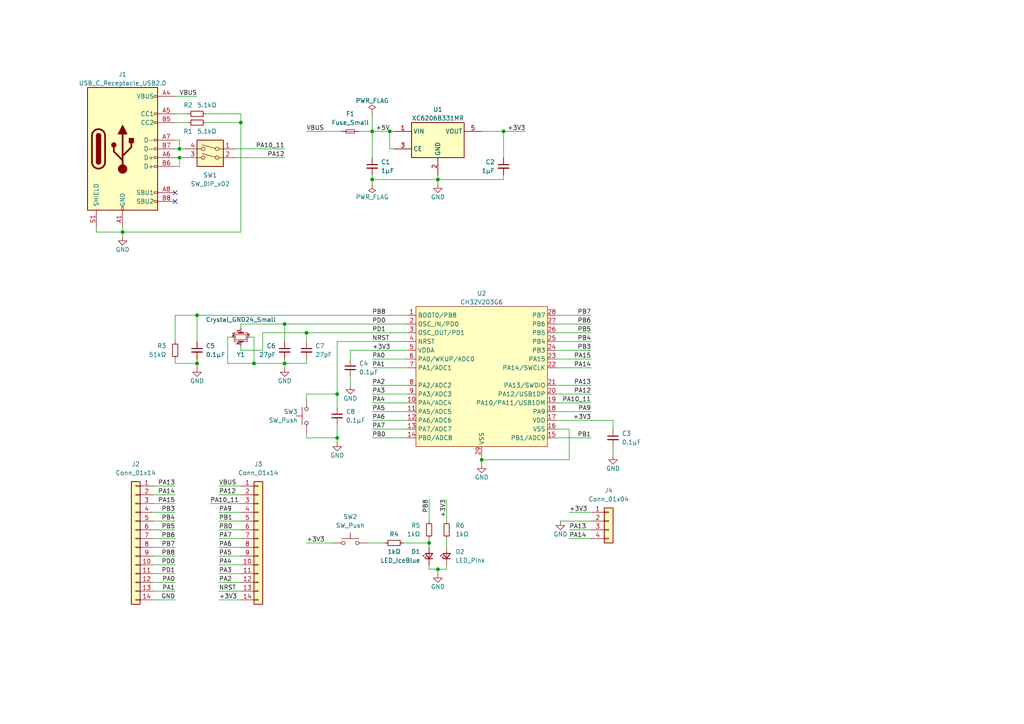
<source format=kicad_sch>
(kicad_sch (version 20211123) (generator eeschema)
  (paper "A4")
  (title_block (title "FlappyBoard") (date "2022-09-18") (rev "A.3") (company "Metro94 <flattiles@gmail.com>"))
  (lib_symbols
    (symbol "Connector:USB_C_Receptacle_USB2.0" (pin_names (offset 1.016))
      (property "Reference" "J" (at -10.16 19.05 0))
      (property "Value" "USB_C_Receptacle_USB2.0" (at 19.05 19.05 0))
      (symbol "USB_C_Receptacle_USB2.0_0_0"
        (rectangle (start -0.254 -17.78) (end 0.254 -16.764))
        (rectangle (start 10.16 -14.986) (end 9.144 -15.494))
        (rectangle (start 10.16 -12.446) (end 9.144 -12.954))
        (rectangle (start 10.16 -4.826) (end 9.144 -5.334))
        (rectangle (start 10.16 -2.286) (end 9.144 -2.794))
        (rectangle (start 10.16 0.254) (end 9.144 -0.254))
        (rectangle (start 10.16 2.794) (end 9.144 2.286))
        (rectangle (start 10.16 7.874) (end 9.144 7.366))
        (rectangle (start 10.16 10.414) (end 9.144 9.906))
        (rectangle (start 10.16 15.494) (end 9.144 14.986))
      )
      (symbol "USB_C_Receptacle_USB2.0_0_1"
        (rectangle (start -10.16 17.78) (end 10.16 -17.78) (stroke (width 0.254)) (fill (type background)))
        (arc (start -8.89 -3.81) (mid -6.985 -5.715) (end -5.08 -3.81) (stroke (width 0.508)))
        (arc (start -7.62 -3.81) (mid -6.985 -4.445) (end -6.35 -3.81) (stroke (width 0.254)))
        (arc (start -7.62 -3.81) (mid -6.985 -4.445) (end -6.35 -3.81) (stroke (width 0.254)) (fill (type outline)))
        (rectangle (start -7.62 -3.81) (end -6.35 3.81) (stroke (width 0.254)) (fill (type outline)))
        (arc (start -6.35 3.81) (mid -6.985 4.445) (end -7.62 3.81) (stroke (width 0.254)))
        (arc (start -6.35 3.81) (mid -6.985 4.445) (end -7.62 3.81) (stroke (width 0.254)) (fill (type outline)))
        (arc (start -5.08 3.81) (mid -6.985 5.715) (end -8.89 3.81) (stroke (width 0.508)))
        (circle (center -2.54 1.143) (radius 0.635) (stroke (width 0.254)) (fill (type outline)))
        (circle (center 0 -5.842) (radius 1.27) (fill (type outline)))
        (polyline (pts (xy -8.89 -3.81) (xy -8.89 3.81)) (stroke (width 0.508)))
        (polyline (pts (xy -5.08 3.81) (xy -5.08 -3.81)) (stroke (width 0.508)))
        (polyline (pts (xy 0 -5.842) (xy 0 4.318)) (stroke (width 0.508)))
        (polyline (pts (xy 0 -3.302) (xy -2.54 -0.762) (xy -2.54 0.508)) (stroke (width 0.508)))
        (polyline (pts (xy 0 -2.032) (xy 2.54 0.508) (xy 2.54 1.778)) (stroke (width 0.508)))
        (polyline (pts (xy -1.27 4.318) (xy 0 6.858) (xy 1.27 4.318) (xy -1.27 4.318)) (stroke (width 0.254)) (fill (type outline)))
        (rectangle (start 1.905 1.778) (end 3.175 3.048) (stroke (width 0.254)) (fill (type outline)))
      )
      (symbol "USB_C_Receptacle_USB2.0_1_1"
        (pin passive line (at 0 -22.86 90) (length 5.08) (name "GND") (number "A1"))
        (pin passive line (at 0 -22.86 90) (length 5.08) hide (name "GND") (number "A12"))
        (pin passive line (at 15.24 15.24 180) (length 5.08) (name "VBUS") (number "A4"))
        (pin bidirectional line (at 15.24 10.16 180) (length 5.08) (name "CC1") (number "A5"))
        (pin bidirectional line (at 15.24 -2.54 180) (length 5.08) (name "D+") (number "A6"))
        (pin bidirectional line (at 15.24 2.54 180) (length 5.08) (name "D-") (number "A7"))
        (pin bidirectional line (at 15.24 -12.7 180) (length 5.08) (name "SBU1") (number "A8"))
        (pin passive line (at 15.24 15.24 180) (length 5.08) hide (name "VBUS") (number "A9"))
        (pin passive line (at 0 -22.86 90) (length 5.08) hide (name "GND") (number "B1"))
        (pin passive line (at 0 -22.86 90) (length 5.08) hide (name "GND") (number "B12"))
        (pin passive line (at 15.24 15.24 180) (length 5.08) hide (name "VBUS") (number "B4"))
        (pin bidirectional line (at 15.24 7.62 180) (length 5.08) (name "CC2") (number "B5"))
        (pin bidirectional line (at 15.24 -5.08 180) (length 5.08) (name "D+") (number "B6"))
        (pin bidirectional line (at 15.24 0 180) (length 5.08) (name "D-") (number "B7"))
        (pin bidirectional line (at 15.24 -15.24 180) (length 5.08) (name "SBU2") (number "B8"))
        (pin passive line (at 15.24 15.24 180) (length 5.08) hide (name "VBUS") (number "B9"))
        (pin passive line (at -7.62 -22.86 90) (length 5.08) (name "SHIELD") (number "S1"))
      )
    )
    (symbol "Connector_Generic:Conn_01x04" (pin_names (offset 1.016) hide)
      (property "Reference" "J" (at 0 5.08 0))
      (property "Value" "Conn_01x04" (at 0 -7.62 0))
      (symbol "Conn_01x04_1_1"
        (rectangle (start -1.27 -4.953) (end 0 -5.207) (stroke (width 0.1524)))
        (rectangle (start -1.27 -2.413) (end 0 -2.667) (stroke (width 0.1524)))
        (rectangle (start -1.27 0.127) (end 0 -0.127) (stroke (width 0.1524)))
        (rectangle (start -1.27 2.667) (end 0 2.413) (stroke (width 0.1524)))
        (rectangle (start -1.27 3.81) (end 1.27 -6.35) (stroke (width 0.254)) (fill (type background)))
        (pin passive line (at -5.08 2.54 0) (length 3.81) (name "Pin_1") (number "1"))
        (pin passive line (at -5.08 0 0) (length 3.81) (name "Pin_2") (number "2"))
        (pin passive line (at -5.08 -2.54 0) (length 3.81) (name "Pin_3") (number "3"))
        (pin passive line (at -5.08 -5.08 0) (length 3.81) (name "Pin_4") (number "4"))
      )
    )
    (symbol "Connector_Generic:Conn_01x14" (pin_names (offset 1.016) hide)
      (property "Reference" "J" (at 0 17.78 0))
      (property "Value" "Conn_01x14" (at 0 -20.32 0))
      (symbol "Conn_01x14_1_1"
        (rectangle (start -1.27 -17.653) (end 0 -17.907) (stroke (width 0.1524)))
        (rectangle (start -1.27 -15.113) (end 0 -15.367) (stroke (width 0.1524)))
        (rectangle (start -1.27 -12.573) (end 0 -12.827) (stroke (width 0.1524)))
        (rectangle (start -1.27 -10.033) (end 0 -10.287) (stroke (width 0.1524)))
        (rectangle (start -1.27 -7.493) (end 0 -7.747) (stroke (width 0.1524)))
        (rectangle (start -1.27 -4.953) (end 0 -5.207) (stroke (width 0.1524)))
        (rectangle (start -1.27 -2.413) (end 0 -2.667) (stroke (width 0.1524)))
        (rectangle (start -1.27 0.127) (end 0 -0.127) (stroke (width 0.1524)))
        (rectangle (start -1.27 2.667) (end 0 2.413) (stroke (width 0.1524)))
        (rectangle (start -1.27 5.207) (end 0 4.953) (stroke (width 0.1524)))
        (rectangle (start -1.27 7.747) (end 0 7.493) (stroke (width 0.1524)))
        (rectangle (start -1.27 10.287) (end 0 10.033) (stroke (width 0.1524)))
        (rectangle (start -1.27 12.827) (end 0 12.573) (stroke (width 0.1524)))
        (rectangle (start -1.27 15.367) (end 0 15.113) (stroke (width 0.1524)))
        (rectangle (start -1.27 16.51) (end 1.27 -19.05) (stroke (width 0.254)) (fill (type background)))
        (pin passive line (at -5.08 15.24 0) (length 3.81) (name "Pin_1") (number "1"))
        (pin passive line (at -5.08 -7.62 0) (length 3.81) (name "Pin_10") (number "10"))
        (pin passive line (at -5.08 -10.16 0) (length 3.81) (name "Pin_11") (number "11"))
        (pin passive line (at -5.08 -12.7 0) (length 3.81) (name "Pin_12") (number "12"))
        (pin passive line (at -5.08 -15.24 0) (length 3.81) (name "Pin_13") (number "13"))
        (pin passive line (at -5.08 -17.78 0) (length 3.81) (name "Pin_14") (number "14"))
        (pin passive line (at -5.08 12.7 0) (length 3.81) (name "Pin_2") (number "2"))
        (pin passive line (at -5.08 10.16 0) (length 3.81) (name "Pin_3") (number "3"))
        (pin passive line (at -5.08 7.62 0) (length 3.81) (name "Pin_4") (number "4"))
        (pin passive line (at -5.08 5.08 0) (length 3.81) (name "Pin_5") (number "5"))
        (pin passive line (at -5.08 2.54 0) (length 3.81) (name "Pin_6") (number "6"))
        (pin passive line (at -5.08 0 0) (length 3.81) (name "Pin_7") (number "7"))
        (pin passive line (at -5.08 -2.54 0) (length 3.81) (name "Pin_8") (number "8"))
        (pin passive line (at -5.08 -5.08 0) (length 3.81) (name "Pin_9") (number "9"))
      )
    )
    (symbol "Device:C_Small" (pin_numbers hide) (pin_names (offset 0.254) hide)
      (property "Reference" "C" (at 0.254 1.778 0))
      (property "Value" "C_Small" (at 0.254 -2.032 0))
      (symbol "C_Small_0_1"
        (polyline (pts (xy -1.524 -0.508) (xy 1.524 -0.508)) (stroke (width 0.3302)))
        (polyline (pts (xy -1.524 0.508) (xy 1.524 0.508)) (stroke (width 0.3048)))
      )
      (symbol "C_Small_1_1"
        (pin passive line (at 0 2.54 270) (length 2.032) (name "~") (number "1"))
        (pin passive line (at 0 -2.54 90) (length 2.032) (name "~") (number "2"))
      )
    )
    (symbol "Device:Crystal_GND24_Small" (pin_names (offset 1.016) hide)
      (property "Reference" "Y" (at 1.27 4.445 0))
      (property "Value" "Crystal_GND24_Small" (at 1.27 2.54 0))
      (symbol "Crystal_GND24_Small_0_1"
        (rectangle (start -0.762 -1.524) (end 0.762 1.524))
        (polyline (pts (xy -1.27 -0.762) (xy -1.27 0.762)) (stroke (width 0.381)))
        (polyline (pts (xy 1.27 -0.762) (xy 1.27 0.762)) (stroke (width 0.381)))
        (polyline (pts (xy -1.27 -1.27) (xy -1.27 -1.905) (xy 1.27 -1.905) (xy 1.27 -1.27)))
        (polyline (pts (xy -1.27 1.27) (xy -1.27 1.905) (xy 1.27 1.905) (xy 1.27 1.27)))
      )
      (symbol "Crystal_GND24_Small_1_1"
        (pin passive line (at -2.54 0 0) (length 1.27) (name "1") (number "1"))
        (pin passive line (at 0 -2.54 90) (length 0.635) (name "2") (number "2"))
        (pin passive line (at 2.54 0 180) (length 1.27) (name "3") (number "3"))
        (pin passive line (at 0 2.54 270) (length 0.635) (name "4") (number "4"))
      )
    )
    (symbol "Device:Fuse_Small" (pin_numbers hide) (pin_names (offset 0.254) hide)
      (property "Reference" "F" (at 0 -1.524 0))
      (property "Value" "Fuse_Small" (at 0 1.524 0))
      (symbol "Fuse_Small_0_1"
        (rectangle (start -1.27 0.508) (end 1.27 -0.508))
        (polyline (pts (xy -1.27 0) (xy 1.27 0)))
      )
      (symbol "Fuse_Small_1_1"
        (pin passive line (at -2.54 0 0) (length 1.27) (name "~") (number "1"))
        (pin passive line (at 2.54 0 180) (length 1.27) (name "~") (number "2"))
      )
    )
    (symbol "Device:LED_Small" (pin_numbers hide) (pin_names (offset 0.254) hide)
      (property "Reference" "D" (at -1.27 3.175 0))
      (property "Value" "LED_Small" (at -4.445 -2.54 0))
      (symbol "LED_Small_0_1"
        (polyline (pts (xy -0.762 -1.016) (xy -0.762 1.016)) (stroke (width 0.254)))
        (polyline (pts (xy 1.016 0) (xy -0.762 0)))
        (polyline (pts (xy 0.762 -1.016) (xy -0.762 0) (xy 0.762 1.016) (xy 0.762 -1.016)) (stroke (width 0.254)))
        (polyline (pts (xy 0 0.762) (xy -0.508 1.27) (xy -0.254 1.27) (xy -0.508 1.27) (xy -0.508 1.016)))
        (polyline (pts (xy 0.508 1.27) (xy 0 1.778) (xy 0.254 1.778) (xy 0 1.778) (xy 0 1.524)))
      )
      (symbol "LED_Small_1_1"
        (pin passive line (at -2.54 0 0) (length 1.778) (name "K") (number "1"))
        (pin passive line (at 2.54 0 180) (length 1.778) (name "A") (number "2"))
      )
    )
    (symbol "Device:R_Small" (pin_numbers hide) (pin_names (offset 0.254) hide)
      (property "Reference" "R" (at 0.762 0.508 0))
      (property "Value" "R_Small" (at 0.762 -1.016 0))
      (symbol "R_Small_0_1"
        (rectangle (start -0.762 1.778) (end 0.762 -1.778) (stroke (width 0.2032)))
      )
      (symbol "R_Small_1_1"
        (pin passive line (at 0 2.54 270) (length 0.762) (name "~") (number "1"))
        (pin passive line (at 0 -2.54 90) (length 0.762) (name "~") (number "2"))
      )
    )
    (symbol "Regulator_Linear:XC6220B331MR"
      (property "Reference" "U" (at 0 8.89 0))
      (property "Value" "XC6220B331MR" (at 0 6.35 0))
      (symbol "XC6220B331MR_0_1"
        (rectangle (start -7.62 5.08) (end 7.62 -5.08) (stroke (width 0.254)) (fill (type background)))
      )
      (symbol "XC6220B331MR_1_1"
        (pin power_in line (at -12.7 2.54 0) (length 5.08) (name "VIN") (number "1"))
        (pin power_in line (at 0 -10.16 90) (length 5.08) (name "GND") (number "2"))
        (pin input line (at -12.7 -2.54 0) (length 5.08) (name "CE") (number "3"))
        (pin no_connect line (at 12.7 -2.54 180) (length 5.08) hide (name "NC") (number "4"))
        (pin power_out line (at 12.7 2.54 180) (length 5.08) (name "VOUT") (number "5"))
      )
    )
    (symbol "Switch:SW_DIP_x02" (pin_names (offset 0) hide)
      (property "Reference" "SW" (at 0 6.35 0))
      (property "Value" "SW_DIP_x02" (at 0 -3.81 0))
      (symbol "SW_DIP_x02_0_0"
        (circle (center -2.032 0) (radius 0.508))
        (circle (center -2.032 2.54) (radius 0.508))
        (polyline (pts (xy -1.524 0.127) (xy 2.3622 1.1684)))
        (polyline (pts (xy -1.524 2.667) (xy 2.3622 3.7084)))
        (circle (center 2.032 0) (radius 0.508))
        (circle (center 2.032 2.54) (radius 0.508))
      )
      (symbol "SW_DIP_x02_0_1"
        (rectangle (start -3.81 5.08) (end 3.81 -2.54) (stroke (width 0.254)) (fill (type background)))
      )
      (symbol "SW_DIP_x02_1_1"
        (pin passive line (at -7.62 2.54 0) (length 5.08) (name "~") (number "1"))
        (pin passive line (at -7.62 0 0) (length 5.08) (name "~") (number "2"))
        (pin passive line (at 7.62 0 180) (length 5.08) (name "~") (number "3"))
        (pin passive line (at 7.62 2.54 180) (length 5.08) (name "~") (number "4"))
      )
    )
    (symbol "Switch:SW_Push" (pin_numbers hide) (pin_names (offset 1.016) hide)
      (property "Reference" "SW" (at 1.27 2.54 0))
      (property "Value" "SW_Push" (at 0 -1.524 0))
      (symbol "SW_Push_0_1"
        (circle (center -2.032 0) (radius 0.508))
        (polyline (pts (xy 0 1.27) (xy 0 3.048)))
        (polyline (pts (xy 2.54 1.27) (xy -2.54 1.27)))
        (circle (center 2.032 0) (radius 0.508))
        (pin passive line (at -5.08 0 0) (length 2.54) (name "1") (number "1"))
        (pin passive line (at 5.08 0 180) (length 2.54) (name "2") (number "2"))
      )
    )
    (symbol "WCH_MCU:CH32V203G6"
      (property "Reference" "U" (at 0 3.81 0))
      (property "Value" "CH32V203G6" (at 0 1.27 0))
      (symbol "CH32V203G6_0_1"
        (rectangle (start -19.05 0) (end 19.05 -40.64) (stroke (width 0.1524)) (fill (type background)))
      )
      (symbol "CH32V203G6_1_1"
        (pin bidirectional line (at -21.59 -2.54 0) (length 2.54) (name "BOOT0/PB8") (number "1"))
        (pin bidirectional line (at -21.59 -27.94 0) (length 2.54) (name "PA4/ADC4") (number "10"))
        (pin bidirectional line (at -21.59 -30.48 0) (length 2.54) (name "PA5/ADC5") (number "11"))
        (pin bidirectional line (at -21.59 -33.02 0) (length 2.54) (name "PA6/ADC6") (number "12"))
        (pin bidirectional line (at -21.59 -35.56 0) (length 2.54) (name "PA7/ADC7") (number "13"))
        (pin bidirectional line (at -21.59 -38.1 0) (length 2.54) (name "PB0/ADC8") (number "14"))
        (pin bidirectional line (at 21.59 -38.1 180) (length 2.54) (name "PB1/ADC9") (number "15"))
        (pin power_in line (at 21.59 -35.56 180) (length 2.54) (name "VSS") (number "16"))
        (pin power_in line (at 21.59 -33.02 180) (length 2.54) (name "VDD") (number "17"))
        (pin bidirectional line (at 21.59 -30.48 180) (length 2.54) (name "PA9") (number "18"))
        (pin bidirectional line (at 21.59 -27.94 180) (length 2.54) (name "PA10/PA11/USB1DM") (number "19"))
        (pin bidirectional line (at -21.59 -5.08 0) (length 2.54) (name "OSC_IN/PD0") (number "2"))
        (pin bidirectional line (at 21.59 -25.4 180) (length 2.54) (name "PA12/USB1DP") (number "20"))
        (pin bidirectional line (at 21.59 -22.86 180) (length 2.54) (name "PA13/SWDIO") (number "21"))
        (pin bidirectional line (at 21.59 -17.78 180) (length 2.54) (name "PA14/SWCLK") (number "22"))
        (pin bidirectional line (at 21.59 -15.24 180) (length 2.54) (name "PA15") (number "23"))
        (pin bidirectional line (at 21.59 -12.7 180) (length 2.54) (name "PB3") (number "24"))
        (pin bidirectional line (at 21.59 -10.16 180) (length 2.54) (name "PB4") (number "25"))
        (pin bidirectional line (at 21.59 -7.62 180) (length 2.54) (name "PB5") (number "26"))
        (pin bidirectional line (at 21.59 -5.08 180) (length 2.54) (name "PB6") (number "27"))
        (pin bidirectional line (at 21.59 -2.54 180) (length 2.54) (name "PB7") (number "28"))
        (pin power_in line (at 0 -43.18 90) (length 2.54) (name "VSS") (number "29"))
        (pin bidirectional line (at -21.59 -7.62 0) (length 2.54) (name "OSC_OUT/PD1") (number "3"))
        (pin bidirectional line (at -21.59 -10.16 0) (length 2.54) (name "NRST") (number "4"))
        (pin power_in line (at -21.59 -12.7 0) (length 2.54) (name "VDDA") (number "5"))
        (pin bidirectional line (at -21.59 -15.24 0) (length 2.54) (name "PA0/WKUP/ADC0") (number "6"))
        (pin bidirectional line (at -21.59 -17.78 0) (length 2.54) (name "PA1/ADC1") (number "7"))
        (pin bidirectional line (at -21.59 -22.86 0) (length 2.54) (name "PA2/ADC2") (number "8"))
        (pin bidirectional line (at -21.59 -25.4 0) (length 2.54) (name "PA3/ADC3") (number "9"))
      )
    )
    (symbol "power:GND" (power) (pin_names (offset 0))
      (property "Value" "GND" (at 0 -3.81 0))
      (symbol "GND_0_1"
        (polyline (pts (xy 0 0) (xy 0 -1.27) (xy 1.27 -1.27) (xy 0 -2.54) (xy -1.27 -1.27) (xy 0 -1.27)))
      )
      (symbol "GND_1_1"
        (pin power_in line (at 0 0 270) (length 0) hide (name "GND") (number "1"))
      )
    )
    (symbol "power:PWR_FLAG" (power) (pin_numbers hide) (pin_names (offset 0) hide)
      (property "Value" "PWR_FLAG" (at 0 3.81 0))
      (symbol "PWR_FLAG_0_0"
        (pin power_out line (at 0 0 90) (length 0) (name "pwr") (number "1"))
      )
      (symbol "PWR_FLAG_0_1"
        (polyline (pts (xy 0 0) (xy 0 1.27) (xy -1.016 1.905) (xy 0 2.54) (xy 1.016 1.905) (xy 0 1.27)))
      )
    )
  )
  (junction (at 107.95 52.07))
  (junction (at 113.03 38.1))
  (junction (at 146.05 38.1))
  (junction (at 97.79 114.3))
  (junction (at 127 52.07))
  (junction (at 82.55 93.98))
  (junction (at 124.46 157.48))
  (junction (at 73.66 105.41))
  (junction (at 139.7 133.35))
  (junction (at 127 165.1))
  (junction (at 107.95 38.1))
  (junction (at 57.15 91.44))
  (junction (at 88.9 96.52))
  (junction (at 35.56 67.31))
  (junction (at 52.07 45.72))
  (junction (at 97.79 127))
  (junction (at 69.85 35.56))
  (junction (at 52.07 43.18))
  (junction (at 57.15 105.41))
  (junction (at 82.55 105.41))
  (no_connect (at 50.8 55.88))
  (no_connect (at 50.8 58.42))
  (wire (pts (xy 124.46 163.83) (xy 124.46 165.1)))
  (wire (pts (xy 165.1 133.35) (xy 139.7 133.35)))
  (wire (pts (xy 69.85 95.25) (xy 69.85 93.98)))
  (wire (pts (xy 66.04 105.41) (xy 73.66 105.41)))
  (wire (pts (xy 104.14 38.1) (xy 107.95 38.1)))
  (wire (pts (xy 88.9 157.48) (xy 96.52 157.48)))
  (wire (pts (xy 63.5 151.13) (xy 69.85 151.13)))
  (wire (pts (xy 52.07 40.64) (xy 52.07 43.18)))
  (wire (pts (xy 107.95 33.02) (xy 107.95 38.1)))
  (wire (pts (xy 88.9 115.57) (xy 88.9 114.3)))
  (wire (pts (xy 88.9 105.41) (xy 82.55 105.41)))
  (wire (pts (xy 127 52.07) (xy 146.05 52.07)))
  (wire (pts (xy 59.69 33.02) (xy 69.85 33.02)))
  (wire (pts (xy 88.9 104.14) (xy 88.9 105.41)))
  (wire (pts (xy 107.95 52.07) (xy 127 52.07)))
  (wire (pts (xy 107.95 104.14) (xy 118.11 104.14)))
  (wire (pts (xy 113.03 38.1) (xy 114.3 38.1)))
  (wire (pts (xy 146.05 52.07) (xy 146.05 50.8)))
  (wire (pts (xy 106.68 157.48) (xy 111.76 157.48)))
  (wire (pts (xy 124.46 157.48) (xy 124.46 158.75)))
  (wire (pts (xy 44.45 148.59) (xy 50.8 148.59)))
  (wire (pts (xy 66.04 97.79) (xy 66.04 105.41)))
  (wire (pts (xy 63.5 163.83) (xy 69.85 163.83)))
  (wire (pts (xy 161.29 114.3) (xy 171.45 114.3)))
  (wire (pts (xy 50.8 33.02) (xy 54.61 33.02)))
  (wire (pts (xy 50.8 40.64) (xy 52.07 40.64)))
  (wire (pts (xy 97.79 123.19) (xy 97.79 127)))
  (wire (pts (xy 69.85 101.6) (xy 76.2 101.6)))
  (wire (pts (xy 69.85 33.02) (xy 69.85 35.56)))
  (wire (pts (xy 88.9 38.1) (xy 99.06 38.1)))
  (wire (pts (xy 107.95 114.3) (xy 118.11 114.3)))
  (wire (pts (xy 27.94 66.04) (xy 27.94 67.31)))
  (wire (pts (xy 82.55 105.41) (xy 82.55 106.68)))
  (wire (pts (xy 50.8 35.56) (xy 54.61 35.56)))
  (wire (pts (xy 97.79 99.06) (xy 118.11 99.06)))
  (wire (pts (xy 68.58 43.18) (xy 82.55 43.18)))
  (wire (pts (xy 162.56 151.13) (xy 171.45 151.13)))
  (wire (pts (xy 82.55 105.41) (xy 82.55 104.14)))
  (wire (pts (xy 44.45 153.67) (xy 50.8 153.67)))
  (wire (pts (xy 177.8 129.54) (xy 177.8 132.08)))
  (wire (pts (xy 127 165.1) (xy 127 166.37)))
  (wire (pts (xy 114.3 43.18) (xy 113.03 43.18)))
  (wire (pts (xy 63.5 140.97) (xy 69.85 140.97)))
  (wire (pts (xy 139.7 38.1) (xy 146.05 38.1)))
  (wire (pts (xy 97.79 114.3) (xy 97.79 118.11)))
  (wire (pts (xy 63.5 148.59) (xy 69.85 148.59)))
  (wire (pts (xy 161.29 99.06) (xy 171.45 99.06)))
  (wire (pts (xy 107.95 121.92) (xy 118.11 121.92)))
  (wire (pts (xy 88.9 96.52) (xy 118.11 96.52)))
  (wire (pts (xy 63.5 143.51) (xy 69.85 143.51)))
  (wire (pts (xy 161.29 96.52) (xy 171.45 96.52)))
  (wire (pts (xy 57.15 105.41) (xy 57.15 106.68)))
  (wire (pts (xy 63.5 161.29) (xy 69.85 161.29)))
  (wire (pts (xy 44.45 151.13) (xy 50.8 151.13)))
  (wire (pts (xy 161.29 124.46) (xy 165.1 124.46)))
  (wire (pts (xy 101.6 101.6) (xy 101.6 104.14)))
  (wire (pts (xy 124.46 144.78) (xy 124.46 151.13)))
  (wire (pts (xy 139.7 133.35) (xy 139.7 134.62)))
  (wire (pts (xy 146.05 38.1) (xy 146.05 45.72)))
  (wire (pts (xy 107.95 106.68) (xy 118.11 106.68)))
  (wire (pts (xy 35.56 67.31) (xy 35.56 68.58)))
  (wire (pts (xy 129.54 163.83) (xy 129.54 165.1)))
  (wire (pts (xy 57.15 91.44) (xy 118.11 91.44)))
  (wire (pts (xy 44.45 143.51) (xy 50.8 143.51)))
  (wire (pts (xy 82.55 93.98) (xy 82.55 99.06)))
  (wire (pts (xy 116.84 157.48) (xy 124.46 157.48)))
  (wire (pts (xy 107.95 52.07) (xy 107.95 53.34)))
  (wire (pts (xy 146.05 38.1) (xy 152.4 38.1)))
  (wire (pts (xy 44.45 168.91) (xy 50.8 168.91)))
  (wire (pts (xy 139.7 132.08) (xy 139.7 133.35)))
  (wire (pts (xy 63.5 166.37) (xy 69.85 166.37)))
  (wire (pts (xy 69.85 93.98) (xy 82.55 93.98)))
  (wire (pts (xy 107.95 127) (xy 118.11 127)))
  (wire (pts (xy 161.29 104.14) (xy 171.45 104.14)))
  (wire (pts (xy 27.94 67.31) (xy 35.56 67.31)))
  (wire (pts (xy 171.45 156.21) (xy 165.1 156.21)))
  (wire (pts (xy 44.45 161.29) (xy 50.8 161.29)))
  (wire (pts (xy 88.9 114.3) (xy 97.79 114.3)))
  (wire (pts (xy 69.85 35.56) (xy 69.85 67.31)))
  (wire (pts (xy 35.56 67.31) (xy 35.56 66.04)))
  (wire (pts (xy 63.5 171.45) (xy 69.85 171.45)))
  (wire (pts (xy 129.54 156.21) (xy 129.54 158.75)))
  (wire (pts (xy 165.1 124.46) (xy 165.1 133.35)))
  (wire (pts (xy 161.29 101.6) (xy 171.45 101.6)))
  (wire (pts (xy 50.8 45.72) (xy 52.07 45.72)))
  (wire (pts (xy 88.9 127) (xy 97.79 127)))
  (wire (pts (xy 161.29 127) (xy 171.45 127)))
  (wire (pts (xy 82.55 93.98) (xy 118.11 93.98)))
  (wire (pts (xy 88.9 125.73) (xy 88.9 127)))
  (wire (pts (xy 63.5 168.91) (xy 69.85 168.91)))
  (wire (pts (xy 165.1 148.59) (xy 171.45 148.59)))
  (wire (pts (xy 50.8 105.41) (xy 57.15 105.41)))
  (wire (pts (xy 44.45 156.21) (xy 50.8 156.21)))
  (wire (pts (xy 44.45 140.97) (xy 50.8 140.97)))
  (wire (pts (xy 161.29 93.98) (xy 171.45 93.98)))
  (wire (pts (xy 44.45 171.45) (xy 50.8 171.45)))
  (wire (pts (xy 73.66 97.79) (xy 73.66 105.41)))
  (wire (pts (xy 52.07 43.18) (xy 50.8 43.18)))
  (wire (pts (xy 161.29 91.44) (xy 171.45 91.44)))
  (wire (pts (xy 107.95 119.38) (xy 118.11 119.38)))
  (wire (pts (xy 107.95 38.1) (xy 107.95 45.72)))
  (wire (pts (xy 129.54 144.78) (xy 129.54 151.13)))
  (wire (pts (xy 165.1 153.67) (xy 171.45 153.67)))
  (wire (pts (xy 52.07 43.18) (xy 53.34 43.18)))
  (wire (pts (xy 67.31 97.79) (xy 66.04 97.79)))
  (wire (pts (xy 50.8 91.44) (xy 57.15 91.44)))
  (wire (pts (xy 127 165.1) (xy 129.54 165.1)))
  (wire (pts (xy 107.95 116.84) (xy 118.11 116.84)))
  (wire (pts (xy 76.2 96.52) (xy 88.9 96.52)))
  (wire (pts (xy 52.07 45.72) (xy 52.07 48.26)))
  (wire (pts (xy 177.8 124.46) (xy 177.8 121.92)))
  (wire (pts (xy 161.29 119.38) (xy 171.45 119.38)))
  (wire (pts (xy 57.15 91.44) (xy 57.15 99.06)))
  (wire (pts (xy 63.5 156.21) (xy 69.85 156.21)))
  (wire (pts (xy 72.39 97.79) (xy 73.66 97.79)))
  (wire (pts (xy 63.5 153.67) (xy 69.85 153.67)))
  (wire (pts (xy 44.45 163.83) (xy 50.8 163.83)))
  (wire (pts (xy 101.6 101.6) (xy 118.11 101.6)))
  (wire (pts (xy 50.8 27.94) (xy 57.15 27.94)))
  (wire (pts (xy 76.2 101.6) (xy 76.2 96.52)))
  (wire (pts (xy 50.8 48.26) (xy 52.07 48.26)))
  (wire (pts (xy 63.5 173.99) (xy 69.85 173.99)))
  (wire (pts (xy 44.45 173.99) (xy 50.8 173.99)))
  (wire (pts (xy 161.29 111.76) (xy 171.45 111.76)))
  (wire (pts (xy 44.45 166.37) (xy 50.8 166.37)))
  (wire (pts (xy 57.15 105.41) (xy 57.15 104.14)))
  (wire (pts (xy 63.5 158.75) (xy 69.85 158.75)))
  (wire (pts (xy 68.58 45.72) (xy 82.55 45.72)))
  (wire (pts (xy 113.03 38.1) (xy 113.03 43.18)))
  (wire (pts (xy 59.69 35.56) (xy 69.85 35.56)))
  (wire (pts (xy 124.46 165.1) (xy 127 165.1)))
  (wire (pts (xy 107.95 111.76) (xy 118.11 111.76)))
  (wire (pts (xy 52.07 45.72) (xy 53.34 45.72)))
  (wire (pts (xy 44.45 146.05) (xy 50.8 146.05)))
  (wire (pts (xy 50.8 104.14) (xy 50.8 105.41)))
  (wire (pts (xy 161.29 121.92) (xy 177.8 121.92)))
  (wire (pts (xy 88.9 96.52) (xy 88.9 99.06)))
  (wire (pts (xy 161.29 106.68) (xy 171.45 106.68)))
  (wire (pts (xy 97.79 127) (xy 97.79 128.27)))
  (wire (pts (xy 107.95 38.1) (xy 113.03 38.1)))
  (wire (pts (xy 107.95 50.8) (xy 107.95 52.07)))
  (wire (pts (xy 97.79 99.06) (xy 97.79 114.3)))
  (wire (pts (xy 73.66 105.41) (xy 82.55 105.41)))
  (wire (pts (xy 101.6 109.22) (xy 101.6 111.76)))
  (wire (pts (xy 69.85 100.33) (xy 69.85 101.6)))
  (wire (pts (xy 44.45 158.75) (xy 50.8 158.75)))
  (wire (pts (xy 50.8 91.44) (xy 50.8 99.06)))
  (wire (pts (xy 161.29 116.84) (xy 171.45 116.84)))
  (wire (pts (xy 60.96 146.05) (xy 69.85 146.05)))
  (wire (pts (xy 124.46 156.21) (xy 124.46 157.48)))
  (wire (pts (xy 107.95 124.46) (xy 118.11 124.46)))
  (wire (pts (xy 127 50.8) (xy 127 52.07)))
  (wire (pts (xy 127 52.07) (xy 127 53.34)))
  (wire (pts (xy 69.85 67.31) (xy 35.56 67.31)))
  (label "+3V3" (at 107.95 101.6 0))
  (label "PA15" (at 171.45 104.14 180))
  (label "NRST" (at 63.5 171.45 0))
  (label "PB8" (at 124.46 144.78 270))
  (label "PB5" (at 171.45 96.52 180))
  (label "+5V" (at 113.03 38.1 180))
  (label "PB7" (at 50.8 158.75 180))
  (label "VBUS" (at 88.9 38.1 0))
  (label "PB3" (at 50.8 148.59 180))
  (label "PA4" (at 107.95 116.84 0))
  (label "PD1" (at 50.8 166.37 180))
  (label "GND" (at 50.8 173.99 180))
  (label "PA5" (at 107.95 119.38 0))
  (label "+3V3" (at 152.4 38.1 180))
  (label "PA10_11" (at 171.45 116.84 180))
  (label "PA2" (at 63.5 168.91 0))
  (label "PA1" (at 107.95 106.68 0))
  (label "PB6" (at 50.8 156.21 180))
  (label "PA13" (at 50.8 140.97 180))
  (label "PA0" (at 50.8 168.91 180))
  (label "PA15" (at 50.8 146.05 180))
  (label "PA14" (at 171.45 106.68 180))
  (label "PA7" (at 107.95 124.46 0))
  (label "PB8" (at 107.95 91.44 0))
  (label "PA12" (at 82.55 45.72 180))
  (label "+3V3" (at 63.5 173.99 0))
  (label "PA2" (at 107.95 111.76 0))
  (label "NRST" (at 107.95 99.06 0))
  (label "PA3" (at 107.95 114.3 0))
  (label "PA13" (at 165.1 153.67 0))
  (label "PA0" (at 107.95 104.14 0))
  (label "PB1" (at 171.45 127 180))
  (label "PD0" (at 50.8 163.83 180))
  (label "PB7" (at 171.45 91.44 180))
  (label "VBUS" (at 63.5 140.97 0))
  (label "PB0" (at 63.5 153.67 0))
  (label "PA9" (at 63.5 148.59 0))
  (label "PB4" (at 50.8 151.13 180))
  (label "PB4" (at 171.45 99.06 180))
  (label "PA1" (at 50.8 171.45 180))
  (label "PB8" (at 50.8 161.29 180))
  (label "PB5" (at 50.8 153.67 180))
  (label "VBUS" (at 57.15 27.94 180))
  (label "+3V3" (at 88.9 157.48 0))
  (label "PA13" (at 171.45 111.76 180))
  (label "PA14" (at 165.1 156.21 0))
  (label "PA4" (at 63.5 163.83 0))
  (label "PA9" (at 171.45 119.38 180))
  (label "+3V3" (at 129.54 144.78 270))
  (label "PD1" (at 107.95 96.52 0))
  (label "+3V3" (at 165.1 148.59 0))
  (label "PA14" (at 50.8 143.51 180))
  (label "PA12" (at 63.5 143.51 0))
  (label "PB3" (at 171.45 101.6 180))
  (label "PA10_11" (at 60.96 146.05 0))
  (label "PA6" (at 107.95 121.92 0))
  (label "PA12" (at 171.45 114.3 180))
  (label "PD0" (at 107.95 93.98 0))
  (label "+3V3" (at 171.45 121.92 180))
  (label "PA6" (at 63.5 158.75 0))
  (label "PA5" (at 63.5 161.29 0))
  (label "PB6" (at 171.45 93.98 180))
  (label "PA7" (at 63.5 156.21 0))
  (label "PA10_11" (at 82.55 43.18 180))
  (label "PB1" (at 63.5 151.13 0))
  (label "PA3" (at 63.5 166.37 0))
  (label "PB0" (at 107.95 127 0))
  (symbol (lib_id "power:PWR_FLAG") (at 107.95 33.02 0) (unit 1)
    (property "Reference" "#FLG01" (effects hide))
    (property "Value" "PWR_FLAG" (at 107.95 29.21 0))
  )
  (symbol (lib_id "Device:C_Small") (at 107.95 48.26 0) (unit 1)
    (property "Reference" "C1" (at 110.49 46.99 0) (effects (justify left)))
    (property "Value" "1μF" (at 110.49 49.53 0) (effects (justify left)))
    (property "Footprint" "Capacitor_SMD:C_0805_2012Metric" (effects hide))
    (property "LCSC" "C28323" (effects hide))
  )
  (symbol (lib_id "power:GND") (at 101.6 111.76 0) (unit 1)
    (property "Reference" "#PWR0101" (effects hide))
    (property "Value" "GND" (at 101.6 115.57 0))
  )
  (symbol (lib_id "Device:C_Small") (at 88.9 101.6 0) (unit 1)
    (property "Reference" "C7" (at 91.44 100.33 0) (effects (justify left)))
    (property "Value" "27pF" (at 91.44 102.87 0) (effects (justify left)))
    (property "Footprint" "Capacitor_SMD:C_0603_1608Metric" (effects hide))
  )
  (symbol (lib_id "Regulator_Linear:XC6220B331MR") (at 127 40.64 0) (unit 1)
    (property "Reference" "U1" (at 127 31.75 0))
    (property "Value" "XC6206B331MR" (at 127 34.29 0))
    (property "Footprint" "Package_TO_SOT_SMD:SOT-23-5" (effects hide))
    (property "Datasheet" "https://www.torexsemi.com/file/xc6220/XC6220.pdf" (effects hide))
    (property "LCSC" "C82942" (effects hide))
  )
  (symbol (lib_id "power:GND") (at 177.8 132.08 0) (unit 1)
    (property "Reference" "#PWR0104" (effects hide))
    (property "Value" "GND" (at 177.8 135.89 0))
  )
  (symbol (lib_id "Device:R_Small") (at 129.54 153.67 0) (unit 1)
    (property "Reference" "R6" (at 132.08 152.4 0) (effects (justify left)))
    (property "Value" "1kΩ" (at 132.08 154.94 0) (effects (justify left)))
    (property "Footprint" "Resistor_SMD:R_0603_1608Metric" (effects hide))
    (property "LCSC" "C21190" (effects hide))
  )
  (symbol (lib_id "power:GND") (at 139.7 134.62 0) (unit 1)
    (property "Reference" "#PWR0103" (effects hide))
    (property "Value" "GND" (at 139.7 138.43 0))
  )
  (symbol (lib_id "power:GND") (at 127 53.34 0) (unit 1)
    (property "Reference" "#PWR0107" (effects hide))
    (property "Value" "GND" (at 127 57.15 0))
  )
  (symbol (lib_id "Device:R_Small") (at 124.46 153.67 0) (unit 1)
    (property "Reference" "R5" (at 121.92 152.4 0) (effects (justify right)))
    (property "Value" "1kΩ" (at 121.92 154.94 0) (effects (justify right)))
    (property "Footprint" "Resistor_SMD:R_0603_1608Metric" (effects hide))
    (property "LCSC" "C21190" (effects hide))
  )
  (symbol (lib_id "power:GND") (at 82.55 106.68 0) (unit 1)
    (property "Reference" "#PWR0109" (effects hide))
    (property "Value" "GND" (at 82.55 110.49 0))
  )
  (symbol (lib_id "Device:R_Small") (at 57.15 33.02 90) (unit 1)
    (property "Reference" "R2" (at 55.88 30.48 90) (effects (justify left)))
    (property "Value" "5.1kΩ" (at 57.15 30.48 90) (effects (justify right)))
    (property "Footprint" "Resistor_SMD:R_0603_1608Metric" (effects hide))
    (property "LCSC" "C23186" (effects hide))
  )
  (symbol (lib_id "Device:Crystal_GND24_Small") (at 69.85 97.79 270) (unit 1)
    (property "Reference" "Y1" (at 69.85 102.87 90))
    (property "Value" "Crystal_GND24_Small" (at 69.85 92.71 90))
    (property "Footprint" "Crystal:Crystal_SMD_3225-4Pin_3.2x2.5mm" (effects hide))
  )
  (symbol (lib_id "power:GND") (at 35.56 68.58 0) (unit 1)
    (property "Reference" "#PWR0106" (effects hide))
    (property "Value" "GND" (at 35.56 72.39 0))
  )
  (symbol (lib_id "Device:LED_Small") (at 129.54 161.29 90) (unit 1)
    (property "Reference" "D2" (at 132.08 160.02 90) (effects (justify right)))
    (property "Value" "LED_Pink" (at 132.08 162.56 90) (effects (justify right)))
    (property "Footprint" "LED_SMD:LED_0805_2012Metric" (effects hide))
    (property "LCSC" "C2892178" (effects hide))
  )
  (symbol (lib_id "Switch:SW_Push") (at 101.6 157.48 0) (unit 1)
    (property "Reference" "SW2" (at 101.6 149.86 0))
    (property "Value" "SW_Push" (at 101.6 152.4 0))
    (property "Footprint" "Button_Switch_SMD:SW_Push_1P1T_NO_Vertical_Wuerth_434133025816" (effects hide))
    (property "LCSC" "C2888884" (effects hide))
  )
  (symbol (lib_id "Device:Fuse_Small") (at 101.6 38.1 0) (unit 1)
    (property "Reference" "F1" (at 101.6 33.02 0))
    (property "Value" "Fuse_Small" (at 101.6 35.56 0))
    (property "Footprint" "Fuse:Fuse_0805_2012Metric" (effects hide))
    (property "LCSC" "C116170" (effects hide))
  )
  (symbol (lib_id "Device:LED_Small") (at 124.46 161.29 90) (unit 1)
    (property "Reference" "D1" (at 121.92 160.02 90) (effects (justify left)))
    (property "Value" "LED_IceBlue" (at 121.92 162.56 90) (effects (justify left)))
    (property "Footprint" "LED_SMD:LED_0805_2012Metric" (effects hide))
    (property "LCSC" "C2892177" (effects hide))
  )
  (symbol (lib_id "Device:C_Small") (at 97.79 120.65 0) (unit 1)
    (property "Reference" "C8" (at 100.33 119.38 0) (effects (justify left)))
    (property "Value" "0.1μF" (at 100.33 121.92 0) (effects (justify left)))
    (property "Footprint" "Capacitor_SMD:C_0603_1608Metric" (effects hide))
    (property "LCSC" "C14663" (effects hide))
  )
  (symbol (lib_id "Device:R_Small") (at 114.3 157.48 90) (unit 1)
    (property "Reference" "R4" (at 114.3 154.94 90))
    (property "Value" "1kΩ" (at 114.3 160.02 90))
    (property "Footprint" "Resistor_SMD:R_0603_1608Metric" (effects hide))
    (property "LCSC" "C21190" (effects hide))
  )
  (symbol (lib_id "Connector_Generic:Conn_01x14") (at 39.37 156.21 0) (mirror y) (unit 1)
    (property "Reference" "J2" (at 39.37 134.62 0))
    (property "Value" "Conn_01x14" (at 39.37 137.16 0))
    (property "Footprint" "Connector_Pin_NoSilkscreen:Pin_1x14_P2.54mm" (effects hide))
  )
  (symbol (lib_id "Connector:USB_C_Receptacle_USB2.0") (at 35.56 43.18 0) (unit 1)
    (property "Reference" "J1" (at 35.56 21.59 0))
    (property "Value" "USB_C_Receptacle_USB2.0" (at 35.56 24.13 0))
    (property "Footprint" "Connector_USB:USB_C_Receptacle_Palconn_UTC16-G" (effects hide))
    (property "Datasheet" "https://www.usb.org/sites/default/files/documents/usb_type-c.zip" (effects hide))
    (property "LCSC" "C963370" (effects hide))
  )
  (symbol (lib_id "Switch:SW_DIP_x02") (at 60.96 45.72 0) (mirror y) (unit 1)
    (property "Reference" "SW1" (at 60.96 50.8 0))
    (property "Value" "SW_DIP_x02" (at 60.96 53.34 0))
    (property "Footprint" "Button_Switch_SMD:SW_DIP_SPSTx02_Slide_Copal_CHS-02B_W7.62mm_P1.27mm" (effects hide))
    (property "LCSC" "C3293142" (effects hide))
  )
  (symbol (lib_id "Connector_Generic:Conn_01x14") (at 74.93 156.21 0) (unit 1)
    (property "Reference" "J3" (at 74.93 134.62 0))
    (property "Value" "Conn_01x14" (at 74.93 137.16 0))
    (property "Footprint" "Connector_Pin_NoSilkscreen:Pin_1x14_P2.54mm" (effects hide))
  )
  (symbol (lib_id "Device:C_Small") (at 101.6 106.68 0) (unit 1)
    (property "Reference" "C4" (at 104.14 105.41 0) (effects (justify left)))
    (property "Value" "0.1μF" (at 104.14 107.95 0) (effects (justify left)))
    (property "Footprint" "Capacitor_SMD:C_0603_1608Metric" (effects hide))
    (property "LCSC" "C14663" (effects hide))
  )
  (symbol (lib_id "Device:C_Small") (at 177.8 127 0) (unit 1)
    (property "Reference" "C3" (at 180.34 125.73 0) (effects (justify left)))
    (property "Value" "0.1μF" (at 180.34 128.27 0) (effects (justify left)))
    (property "Footprint" "Capacitor_SMD:C_0603_1608Metric" (effects hide))
    (property "LCSC" "C14663" (effects hide))
  )
  (symbol (lib_id "Device:C_Small") (at 146.05 48.26 0) (unit 1)
    (property "Reference" "C2" (at 143.51 46.99 0) (effects (justify right)))
    (property "Value" "1μF" (at 143.51 49.53 0) (effects (justify right)))
    (property "Footprint" "Capacitor_SMD:C_0805_2012Metric" (effects hide))
    (property "LCSC" "C28323" (effects hide))
  )
  (symbol (lib_id "Device:C_Small") (at 82.55 101.6 0) (unit 1)
    (property "Reference" "C6" (at 80.01 100.33 0) (effects (justify right)))
    (property "Value" "27pF" (at 80.01 102.87 0) (effects (justify right)))
    (property "Footprint" "Capacitor_SMD:C_0603_1608Metric" (effects hide))
  )
  (symbol (lib_id "power:GND") (at 57.15 106.68 0) (unit 1)
    (property "Reference" "#PWR0108" (effects hide))
    (property "Value" "GND" (at 57.15 110.49 0))
  )
  (symbol (lib_id "Device:R_Small") (at 50.8 101.6 0) (unit 1)
    (property "Reference" "R3" (at 48.26 100.33 0) (effects (justify right)))
    (property "Value" "51kΩ" (at 48.26 102.87 0) (effects (justify right)))
    (property "Footprint" "Resistor_SMD:R_0603_1608Metric" (effects hide))
    (property "LCSC" "C23196" (effects hide))
  )
  (symbol (lib_id "Device:R_Small") (at 57.15 35.56 90) (unit 1)
    (property "Reference" "R1" (at 55.88 38.1 90) (effects (justify left)))
    (property "Value" "5.1kΩ" (at 57.15 38.1 90) (effects (justify right)))
    (property "Footprint" "Resistor_SMD:R_0603_1608Metric" (effects hide))
    (property "LCSC" "C23186" (effects hide))
  )
  (symbol (lib_id "Connector_Generic:Conn_01x04") (at 176.53 151.13 0) (unit 1)
    (property "Reference" "J4" (at 176.53 142.24 0))
    (property "Value" "Conn_01x04" (at 176.53 144.78 0))
    (property "Footprint" "Connector_Pin_NoSilkscreen:Pin_1x04_P2.54mm" (effects hide))
  )
  (symbol (lib_id "Device:C_Small") (at 57.15 101.6 0) (unit 1)
    (property "Reference" "C5" (at 59.69 100.33 0) (effects (justify left)))
    (property "Value" "0.1μF" (at 59.69 102.87 0) (effects (justify left)))
    (property "Footprint" "Capacitor_SMD:C_0603_1608Metric" (effects hide))
    (property "LCSC" "C14663" (effects hide))
  )
  (symbol (lib_id "power:GND") (at 97.79 128.27 0) (unit 1)
    (property "Reference" "#PWR0102" (effects hide))
    (property "Value" "GND" (at 97.79 132.08 0))
  )
  (symbol (lib_id "power:GND") (at 127 166.37 0) (unit 1)
    (property "Reference" "#PWR0105" (effects hide))
    (property "Value" "GND" (at 127 170.18 0))
  )
  (symbol (lib_id "WCH_MCU:CH32V203G6") (at 139.7 88.9 0) (unit 1)
    (property "Reference" "U2" (at 139.7 85.09 0))
    (property "Value" "CH32V203G6" (at 139.7 87.63 0))
    (property "Footprint" "Package_DFN_QFN:QFN-28-1EP_4x4mm_P0.4mm_EP2.3x2.3mm" (effects hide))
    (property "LCSC" "C5142280" (effects hide))
  )
  (symbol (lib_id "power:GND") (at 162.56 151.13 0) (unit 1)
    (property "Reference" "#PWR01" (effects hide))
    (property "Value" "GND" (at 162.56 154.94 0))
  )
  (symbol (lib_id "Switch:SW_Push") (at 88.9 120.65 90) (unit 1)
    (property "Reference" "SW3" (at 86.36 119.38 90) (effects (justify left)))
    (property "Value" "SW_Push" (at 86.36 121.92 90) (effects (justify left)))
    (property "Footprint" "Button_Switch_SMD:SW_Push_1P1T_NO_Vertical_Wuerth_434133025816" (effects hide))
    (property "LCSC" "C2888884" (effects hide))
  )
  (symbol (lib_id "power:PWR_FLAG") (at 107.95 53.34 0) (mirror x) (unit 1)
    (property "Reference" "#FLG0102" (effects hide))
    (property "Value" "PWR_FLAG" (at 107.95 57.15 0))
  )
)
</source>
